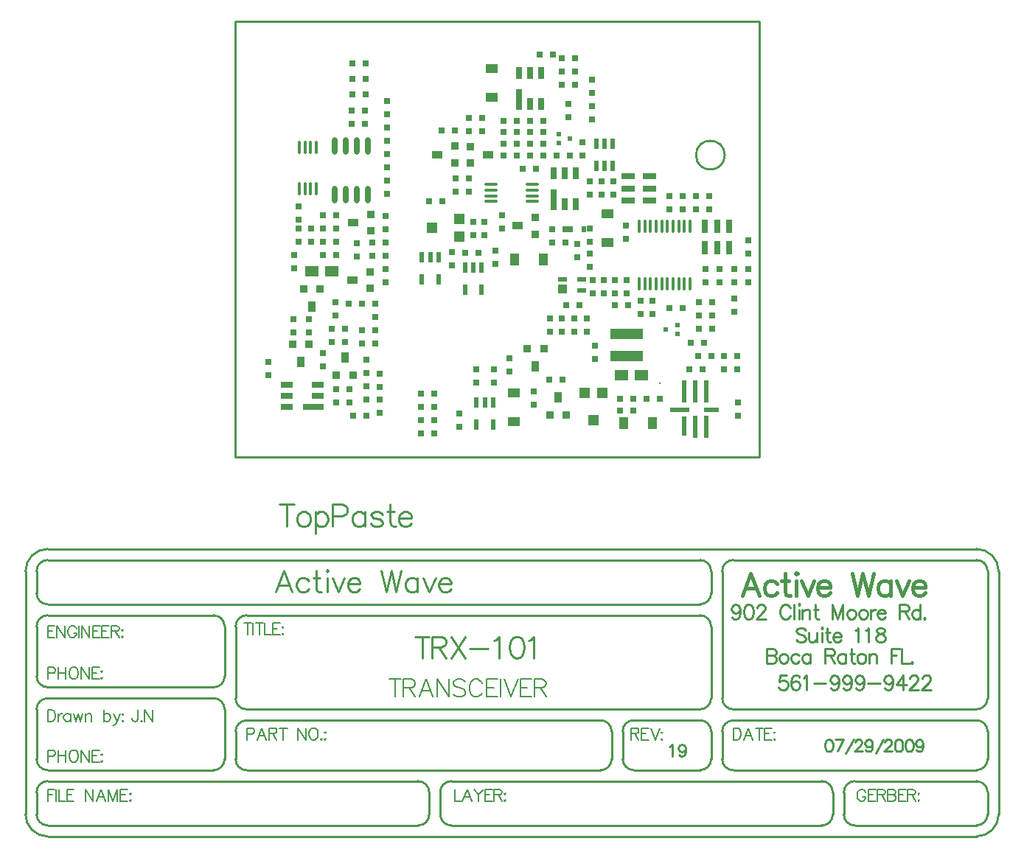
<source format=gtp>
%FSLAX24Y24*%
%MOIN*%
G70*
G01*
G75*
G04 Layer_Color=8421504*
%ADD10R,0.0300X0.0300*%
%ADD11R,0.0200X0.0300*%
%ADD12R,0.0360X0.0360*%
%ADD13R,0.0500X0.0360*%
%ADD14R,0.0250X0.0950*%
%ADD15R,0.0250X0.0550*%
%ADD16R,0.0950X0.0250*%
%ADD17R,0.0550X0.0250*%
%ADD18R,0.0236X0.1000*%
%ADD19R,0.0236X0.0900*%
%ADD20R,0.0700X0.0236*%
%ADD21R,0.0900X0.0236*%
%ADD22R,0.0315X0.0591*%
%ADD23R,0.0591X0.0315*%
%ADD24O,0.0600X0.0160*%
%ADD25R,0.0200X0.0500*%
%ADD26O,0.0240X0.0800*%
%ADD27O,0.0160X0.0600*%
%ADD28O,0.0160X0.0600*%
%ADD29R,0.0394X0.0197*%
%ADD30R,0.0394X0.0394*%
%ADD31R,0.0300X0.0300*%
%ADD32R,0.0472X0.0472*%
%ADD33R,0.0472X0.0472*%
%ADD34R,0.0236X0.0236*%
%ADD35R,0.0360X0.0500*%
%ADD36R,0.0360X0.0360*%
%ADD37R,0.0600X0.0500*%
%ADD38C,0.0120*%
%ADD39R,0.1500X0.0500*%
%ADD40R,0.0550X0.0400*%
%ADD41R,0.0400X0.0550*%
%ADD42C,0.0140*%
%ADD43C,0.0120*%
%ADD44C,0.0300*%
%ADD45C,0.0100*%
%ADD46C,0.0200*%
%ADD47C,0.0080*%
%ADD48C,0.0090*%
%ADD49C,0.0150*%
%ADD50C,0.0050*%
%ADD51C,0.1100*%
%ADD52C,0.0620*%
%ADD53R,0.0620X0.0620*%
%ADD54C,0.0600*%
%ADD55C,0.0750*%
%ADD56C,0.1400*%
%ADD57C,0.0450*%
%ADD58C,0.0220*%
%ADD59C,0.0098*%
%ADD60C,0.0060*%
D10*
X5693Y8482D02*
D03*
X6293D02*
D03*
X8277Y10963D02*
D03*
X8877D02*
D03*
X13869Y17587D02*
D03*
X13269D02*
D03*
X9420Y14142D02*
D03*
X8820D02*
D03*
X10079Y14737D02*
D03*
X10679D02*
D03*
X12229Y13547D02*
D03*
X11629D02*
D03*
X12510Y12422D02*
D03*
X13110D02*
D03*
X11629Y14077D02*
D03*
X12229D02*
D03*
X12829D02*
D03*
X13429D02*
D03*
X12229Y14577D02*
D03*
X11629D02*
D03*
X4830Y1262D02*
D03*
X5430D02*
D03*
X6293Y9082D02*
D03*
X5693D02*
D03*
X4080Y1859D02*
D03*
X4680D02*
D03*
X5243Y6322D02*
D03*
X4643D02*
D03*
X4473Y5202D02*
D03*
X3873D02*
D03*
X20450Y5800D02*
D03*
X21050D02*
D03*
X22213Y3962D02*
D03*
X21613D02*
D03*
X20706Y4562D02*
D03*
X20106D02*
D03*
X21613Y3362D02*
D03*
X22213D02*
D03*
X10490Y8612D02*
D03*
X9890D02*
D03*
X16894Y1505D02*
D03*
X17494D02*
D03*
X13700Y2900D02*
D03*
X14300D02*
D03*
X13429Y13037D02*
D03*
X12829D02*
D03*
X3463Y9132D02*
D03*
X4063D02*
D03*
X3873Y4602D02*
D03*
X4473D02*
D03*
X21016Y3962D02*
D03*
X20416D02*
D03*
X14450Y6242D02*
D03*
X15050D02*
D03*
X8500Y452D02*
D03*
X7900D02*
D03*
Y1052D02*
D03*
X8500D02*
D03*
X7900Y2252D02*
D03*
X8500D02*
D03*
X7900Y1652D02*
D03*
X8500D02*
D03*
X20450Y6400D02*
D03*
X21050D02*
D03*
X12229Y13037D02*
D03*
X11629D02*
D03*
X12829Y13557D02*
D03*
X13429D02*
D03*
X12829Y14577D02*
D03*
X13429D02*
D03*
X14029Y13037D02*
D03*
X14629D02*
D03*
X14279Y16207D02*
D03*
X14879D02*
D03*
X4680Y2462D02*
D03*
X4080D02*
D03*
X4063Y9732D02*
D03*
X3463D02*
D03*
Y8532D02*
D03*
X4063D02*
D03*
X3463Y10332D02*
D03*
X4063D02*
D03*
X21050Y5200D02*
D03*
X20450D02*
D03*
X20632Y3349D02*
D03*
X20032D02*
D03*
X19720Y6112D02*
D03*
X19120D02*
D03*
X18714Y2015D02*
D03*
X18114D02*
D03*
X17494D02*
D03*
X16894D02*
D03*
X10679Y14137D02*
D03*
X10079D02*
D03*
X17280Y6252D02*
D03*
X16680D02*
D03*
X5400Y15800D02*
D03*
X4800D02*
D03*
X5400Y16500D02*
D03*
X4800D02*
D03*
X5400Y17200D02*
D03*
X4800D02*
D03*
D11*
X14680Y9702D02*
D03*
X15260D02*
D03*
D12*
X13070Y10212D02*
D03*
Y9462D02*
D03*
X5643Y9623D02*
D03*
Y10373D02*
D03*
X9420Y12692D02*
D03*
Y13442D02*
D03*
X10129Y13437D02*
D03*
Y12687D02*
D03*
X5593Y7022D02*
D03*
Y7772D02*
D03*
D13*
X12270Y9842D02*
D03*
X4843Y10003D02*
D03*
X8620Y13072D02*
D03*
X10929Y13057D02*
D03*
X4793Y7402D02*
D03*
D14*
X12329Y15550D02*
D03*
X13900Y11007D02*
D03*
D15*
X12829Y15350D02*
D03*
X13329D02*
D03*
X12829Y16750D02*
D03*
X13329D02*
D03*
X12329D02*
D03*
X14400Y10807D02*
D03*
X14900D02*
D03*
X14400Y12207D02*
D03*
X14900D02*
D03*
X13900D02*
D03*
D16*
X3040Y1673D02*
D03*
D17*
X3240Y2173D02*
D03*
Y2673D02*
D03*
X1840Y2173D02*
D03*
Y2673D02*
D03*
Y1673D02*
D03*
D18*
X20313Y741D02*
D03*
X20813D02*
D03*
X20803Y2372D02*
D03*
X20313Y2362D02*
D03*
X19813D02*
D03*
D19*
Y791D02*
D03*
D20*
X21034Y1525D02*
D03*
D21*
X19614Y1525D02*
D03*
D22*
X20740Y8845D02*
D03*
X21843D02*
D03*
X21292D02*
D03*
X20740Y9829D02*
D03*
X21843D02*
D03*
X21292D02*
D03*
D23*
X18241Y10985D02*
D03*
Y12087D02*
D03*
Y11536D02*
D03*
X17257Y10985D02*
D03*
Y12087D02*
D03*
Y11536D02*
D03*
D24*
X11050Y11200D02*
D03*
X12918Y11712D02*
D03*
X11050Y11456D02*
D03*
Y11712D02*
D03*
X12918Y10944D02*
D03*
Y11456D02*
D03*
Y11200D02*
D03*
X11050Y10944D02*
D03*
D25*
X11160Y872D02*
D03*
Y1872D02*
D03*
X10410Y872D02*
D03*
X10790Y1872D02*
D03*
X10410D02*
D03*
X16200Y13542D02*
D03*
X15830D02*
D03*
Y12542D02*
D03*
X16580Y13542D02*
D03*
X16200Y12542D02*
D03*
X16580D02*
D03*
X10640Y6952D02*
D03*
Y7952D02*
D03*
X9890Y6952D02*
D03*
X10270Y7952D02*
D03*
X9890D02*
D03*
X8690Y7412D02*
D03*
Y8412D02*
D03*
X7940Y7412D02*
D03*
X8320Y8412D02*
D03*
X7940D02*
D03*
D26*
X4010Y11253D02*
D03*
X4510D02*
D03*
X5010D02*
D03*
X4010Y13453D02*
D03*
X5010D02*
D03*
X5510D02*
D03*
X4510D02*
D03*
X5510Y11253D02*
D03*
D27*
X2912Y11523D02*
D03*
X2400Y13391D02*
D03*
X2656Y11523D02*
D03*
X2400D02*
D03*
X3168Y13391D02*
D03*
X2656D02*
D03*
X2912D02*
D03*
X3168Y11523D02*
D03*
D28*
X19807Y7232D02*
D03*
X18016Y9830D02*
D03*
X18784D02*
D03*
X18528D02*
D03*
X18272D02*
D03*
X19040D02*
D03*
X17760Y7232D02*
D03*
X18016D02*
D03*
X18272D02*
D03*
X18528D02*
D03*
X18784D02*
D03*
X19040D02*
D03*
X19295D02*
D03*
X19551D02*
D03*
X20063D02*
D03*
Y9830D02*
D03*
X19807D02*
D03*
X19551D02*
D03*
X19295D02*
D03*
X17760Y9830D02*
D03*
D29*
X15153Y6916D02*
D03*
Y7428D02*
D03*
X14287D02*
D03*
D30*
Y6975D02*
D03*
D31*
X6350Y11900D02*
D03*
Y11300D02*
D03*
X10080Y11382D02*
D03*
Y11982D02*
D03*
X9640Y772D02*
D03*
Y1372D02*
D03*
X10400Y3350D02*
D03*
Y2750D02*
D03*
X6293Y10303D02*
D03*
Y9703D02*
D03*
X13820Y9702D02*
D03*
Y9102D02*
D03*
X9480Y11382D02*
D03*
Y11982D02*
D03*
X11200Y2750D02*
D03*
Y3350D02*
D03*
X14879Y17407D02*
D03*
Y16807D02*
D03*
X1013Y3682D02*
D03*
Y3082D02*
D03*
X4993Y8472D02*
D03*
Y9072D02*
D03*
X6293Y7882D02*
D03*
Y7282D02*
D03*
X3470Y4083D02*
D03*
Y3483D02*
D03*
X4043Y5802D02*
D03*
Y6402D02*
D03*
X2833Y5032D02*
D03*
Y5632D02*
D03*
X2143D02*
D03*
Y5032D02*
D03*
X13000Y1750D02*
D03*
Y2350D02*
D03*
X11900Y3850D02*
D03*
Y3250D02*
D03*
X9300Y8062D02*
D03*
Y8662D02*
D03*
X13720Y5042D02*
D03*
Y5642D02*
D03*
X11280Y8112D02*
D03*
Y8712D02*
D03*
X14840Y5042D02*
D03*
Y5642D02*
D03*
X10280Y10022D02*
D03*
Y9422D02*
D03*
X20921Y11182D02*
D03*
Y10582D02*
D03*
X15520Y8582D02*
D03*
Y7982D02*
D03*
X15540Y11840D02*
D03*
Y11240D02*
D03*
X15639Y16450D02*
D03*
Y15850D02*
D03*
X2920Y9723D02*
D03*
Y9123D02*
D03*
X2360Y9723D02*
D03*
Y9123D02*
D03*
X5423Y1982D02*
D03*
Y2582D02*
D03*
X5843Y6322D02*
D03*
Y5722D02*
D03*
X16670Y7382D02*
D03*
Y6782D02*
D03*
X16060Y11240D02*
D03*
Y11840D02*
D03*
X15633Y14652D02*
D03*
Y15252D02*
D03*
X14280Y5042D02*
D03*
Y5642D02*
D03*
X14960Y9032D02*
D03*
Y8432D02*
D03*
X11570Y9712D02*
D03*
Y10312D02*
D03*
X2360Y10733D02*
D03*
Y10133D02*
D03*
X14279Y16807D02*
D03*
Y17407D02*
D03*
X15200Y13632D02*
D03*
Y13032D02*
D03*
X16610Y11240D02*
D03*
Y11840D02*
D03*
X14420Y9102D02*
D03*
Y9702D02*
D03*
X6033Y1382D02*
D03*
Y1982D02*
D03*
Y2552D02*
D03*
Y3152D02*
D03*
X5423Y3782D02*
D03*
Y3182D02*
D03*
X5843Y4522D02*
D03*
Y5122D02*
D03*
X5243D02*
D03*
Y4522D02*
D03*
X2163Y8532D02*
D03*
Y7932D02*
D03*
X22233Y1242D02*
D03*
Y1842D02*
D03*
X20321Y11182D02*
D03*
Y10582D02*
D03*
X15400Y5042D02*
D03*
Y5642D02*
D03*
X15780Y3832D02*
D03*
Y4432D02*
D03*
X19721Y11182D02*
D03*
Y10582D02*
D03*
X15520Y9712D02*
D03*
Y9112D02*
D03*
X18350Y6472D02*
D03*
Y5872D02*
D03*
X10780Y10022D02*
D03*
Y9422D02*
D03*
X19121Y11182D02*
D03*
Y10582D02*
D03*
X17150Y9872D02*
D03*
Y9272D02*
D03*
X17840Y6472D02*
D03*
Y5872D02*
D03*
X15650Y7382D02*
D03*
Y6782D02*
D03*
X17200Y7382D02*
D03*
Y6782D02*
D03*
X16160D02*
D03*
Y7382D02*
D03*
X6350Y13100D02*
D03*
Y12500D02*
D03*
X22700Y8600D02*
D03*
Y9200D02*
D03*
X21400Y7300D02*
D03*
Y7900D02*
D03*
X22700Y7300D02*
D03*
Y7900D02*
D03*
X22050D02*
D03*
Y7300D02*
D03*
Y5950D02*
D03*
Y6550D02*
D03*
X20750Y7300D02*
D03*
Y7900D02*
D03*
X6350Y14900D02*
D03*
Y15500D02*
D03*
Y14300D02*
D03*
Y13700D02*
D03*
X5350Y15050D02*
D03*
Y14450D02*
D03*
X4750Y15050D02*
D03*
Y14450D02*
D03*
X14560Y14760D02*
D03*
Y15360D02*
D03*
D32*
X16094Y2280D02*
D03*
X15306D02*
D03*
X15700Y1059D02*
D03*
D33*
X9630Y9358D02*
D03*
Y10146D02*
D03*
X8409Y9752D02*
D03*
D34*
X14631Y13794D02*
D03*
X14119Y13991D02*
D03*
Y13597D02*
D03*
X18978Y5155D02*
D03*
X19490Y4958D02*
D03*
Y5352D02*
D03*
D35*
X4453Y3902D02*
D03*
X2963Y6192D02*
D03*
X2453Y3692D02*
D03*
X14100Y2100D02*
D03*
X13070Y3500D02*
D03*
D36*
X4073Y3102D02*
D03*
X4823D02*
D03*
X3343Y6992D02*
D03*
X2593D02*
D03*
X2833Y4492D02*
D03*
X2083D02*
D03*
X13720Y1300D02*
D03*
X14470D02*
D03*
X13450Y4300D02*
D03*
X12700D02*
D03*
D37*
X3863Y7782D02*
D03*
X2963D02*
D03*
X17870Y3100D02*
D03*
X16970D02*
D03*
D38*
X18682Y2717D02*
D03*
X18932Y5131D02*
D03*
D39*
X17190Y3967D02*
D03*
Y4967D02*
D03*
D40*
X11089Y15657D02*
D03*
Y16957D02*
D03*
X12100Y2300D02*
D03*
Y1000D02*
D03*
X16320Y9082D02*
D03*
Y10382D02*
D03*
D41*
X18380Y922D02*
D03*
X17080D02*
D03*
X12140Y8312D02*
D03*
X13440D02*
D03*
D45*
X1833Y-2750D02*
Y-3750D01*
X1500Y-2750D02*
X2167D01*
X2524Y-3083D02*
X2428Y-3131D01*
X2333Y-3226D01*
X2286Y-3369D01*
Y-3464D01*
X2333Y-3607D01*
X2428Y-3702D01*
X2524Y-3750D01*
X2666D01*
X2762Y-3702D01*
X2857Y-3607D01*
X2904Y-3464D01*
Y-3369D01*
X2857Y-3226D01*
X2762Y-3131D01*
X2666Y-3083D01*
X2524D01*
X3123D02*
Y-4083D01*
Y-3226D02*
X3219Y-3131D01*
X3314Y-3083D01*
X3457D01*
X3552Y-3131D01*
X3647Y-3226D01*
X3695Y-3369D01*
Y-3464D01*
X3647Y-3607D01*
X3552Y-3702D01*
X3457Y-3750D01*
X3314D01*
X3219Y-3702D01*
X3123Y-3607D01*
X3909Y-3274D02*
X4337D01*
X4480Y-3226D01*
X4528Y-3179D01*
X4576Y-3083D01*
Y-2941D01*
X4528Y-2845D01*
X4480Y-2798D01*
X4337Y-2750D01*
X3909D01*
Y-3750D01*
X5371Y-3083D02*
Y-3750D01*
Y-3226D02*
X5275Y-3131D01*
X5180Y-3083D01*
X5037D01*
X4942Y-3131D01*
X4847Y-3226D01*
X4799Y-3369D01*
Y-3464D01*
X4847Y-3607D01*
X4942Y-3702D01*
X5037Y-3750D01*
X5180D01*
X5275Y-3702D01*
X5371Y-3607D01*
X6161Y-3226D02*
X6113Y-3131D01*
X5970Y-3083D01*
X5828D01*
X5685Y-3131D01*
X5637Y-3226D01*
X5685Y-3322D01*
X5780Y-3369D01*
X6018Y-3417D01*
X6113Y-3464D01*
X6161Y-3560D01*
Y-3607D01*
X6113Y-3702D01*
X5970Y-3750D01*
X5828D01*
X5685Y-3702D01*
X5637Y-3607D01*
X6513Y-2750D02*
Y-3560D01*
X6561Y-3702D01*
X6656Y-3750D01*
X6751D01*
X6370Y-3083D02*
X6704D01*
X6894Y-3369D02*
X7465D01*
Y-3274D01*
X7418Y-3179D01*
X7370Y-3131D01*
X7275Y-3083D01*
X7132D01*
X7037Y-3131D01*
X6942Y-3226D01*
X6894Y-3369D01*
Y-3464D01*
X6942Y-3607D01*
X7037Y-3702D01*
X7132Y-3750D01*
X7275D01*
X7370Y-3702D01*
X7465Y-3607D01*
X21633Y13042D02*
G03*
X21633Y13042I-650J0D01*
G01*
X-497Y-600D02*
Y19100D01*
X-497Y-600D02*
X23203D01*
Y19100D01*
X-497D02*
X23203D01*
X8268Y-15769D02*
G03*
X7768Y-15269I-500J0D01*
G01*
X7779Y-17269D02*
G03*
X8268Y-16772I8J480D01*
G01*
X9268Y-15269D02*
G03*
X8768Y-15769I0J-500D01*
G01*
Y-16769D02*
G03*
X9259Y-17269I500J0D01*
G01*
X26518Y-15769D02*
G03*
X26018Y-15269I-500J0D01*
G01*
X26029Y-17269D02*
G03*
X26518Y-16772I8J480D01*
G01*
X27018Y-16779D02*
G03*
X27516Y-17269I490J0D01*
G01*
X27518Y-15269D02*
G03*
X27018Y-15769I0J-500D01*
G01*
X-982Y-8259D02*
G03*
X-1472Y-7769I-490J0D01*
G01*
X-1462Y-11019D02*
G03*
X-982Y-10539I0J480D01*
G01*
Y-12009D02*
G03*
X-1489Y-11519I-490J0D01*
G01*
X-482Y-11529D02*
G03*
X8Y-12019I490J0D01*
G01*
X-482Y-14279D02*
G03*
X8Y-14769I490J0D01*
G01*
X-1472D02*
G03*
X-982Y-14279I0J490D01*
G01*
X16518Y-13009D02*
G03*
X16028Y-12519I-490J0D01*
G01*
Y-14769D02*
G03*
X16518Y-14270I0J490D01*
G01*
X17018Y-14259D02*
G03*
X17519Y-14769I510J0D01*
G01*
X17498Y-12519D02*
G03*
X17018Y-13024I0J-480D01*
G01*
X18Y-12519D02*
G03*
X-482Y-13019I0J-500D01*
G01*
X18Y-7769D02*
G03*
X-482Y-8269I0J-500D01*
G01*
X-9482Y-14269D02*
G03*
X-8991Y-14769I500J0D01*
G01*
X-8982Y-11519D02*
G03*
X-9482Y-12019I0J-500D01*
G01*
Y-10519D02*
G03*
X-8982Y-11019I500J0D01*
G01*
Y-7769D02*
G03*
X-9482Y-8269I0J-500D01*
G01*
Y-6769D02*
G03*
X-8982Y-7269I500J0D01*
G01*
Y-5269D02*
G03*
X-9482Y-5769I0J-500D01*
G01*
X21018D02*
G03*
X20518Y-5269I-500J0D01*
G01*
X22018D02*
G03*
X21518Y-5769I0J-500D01*
G01*
X20518Y-7269D02*
G03*
X21018Y-6769I0J500D01*
G01*
Y-8269D02*
G03*
X20518Y-7769I-500J0D01*
G01*
X-8982Y-15269D02*
G03*
X-9482Y-15769I0J-500D01*
G01*
X20527Y-12019D02*
G03*
X21018Y-11519I-9J500D01*
G01*
X-9482Y-16769D02*
G03*
X-8991Y-17269I500J0D01*
G01*
X21018Y-13009D02*
G03*
X20528Y-12519I-490J0D01*
G01*
X21518Y-14279D02*
G03*
X22016Y-14769I490J0D01*
G01*
X20518Y-14769D02*
G03*
X21018Y-14269I0J500D01*
G01*
X33018Y-17269D02*
G03*
X33518Y-16769I0J500D01*
G01*
X33518Y-15760D02*
G03*
X33018Y-15269I-500J-9D01*
G01*
Y-14769D02*
G03*
X33518Y-14269I0J500D01*
G01*
Y-5759D02*
G03*
X33011Y-5269I-490J0D01*
G01*
X34018Y-5769D02*
G03*
X33018Y-4769I-1000J0D01*
G01*
Y-17769D02*
G03*
X34018Y-16769I0J1000D01*
G01*
X-9982Y-16759D02*
G03*
X-8990Y-17769I1010J0D01*
G01*
X-8982Y-4769D02*
G03*
X-9982Y-5769I0J-1000D01*
G01*
X21518Y-11519D02*
G03*
X22018Y-12019I500J0D01*
G01*
X33018D02*
G03*
X33518Y-11519I0J500D01*
G01*
X22018Y-12519D02*
G03*
X21518Y-13019I0J-500D01*
G01*
X33518Y-13009D02*
G03*
X33028Y-12519I-490J0D01*
G01*
X9268Y-17269D02*
X26018D01*
X-8982D02*
X7768D01*
X-8982Y-15269D02*
X7768D01*
X9268D02*
X26018D01*
X27518Y-17269D02*
X33018D01*
X27518Y-15269D02*
X33018D01*
X-8982Y-5269D02*
X20518D01*
X-8982Y-17769D02*
X33018D01*
X-8982Y-4769D02*
X33018D01*
X-8982Y-14769D02*
X-1482D01*
X-8982Y-11519D02*
X-1482D01*
X-8982Y-11019D02*
X-1482D01*
X-8982Y-7769D02*
X-1482D01*
X-8982Y-7269D02*
X20518D01*
X18Y-7769D02*
X20518D01*
X18Y-12519D02*
X16018D01*
X18Y-14769D02*
X16018D01*
X17518D02*
X20518D01*
X17518Y-12519D02*
X20518D01*
X22018Y-14769D02*
X33018D01*
X22018Y-5269D02*
X33018D01*
X18Y-12019D02*
X20518D01*
X22018D02*
X33018D01*
X22018Y-12519D02*
X33018D01*
X8268Y-16769D02*
Y-15769D01*
X8768Y-16769D02*
Y-15769D01*
X26518Y-16769D02*
Y-15769D01*
X27018Y-16769D02*
Y-15769D01*
X34018Y-16769D02*
Y-5769D01*
X-9482Y-14269D02*
Y-12019D01*
X-982Y-14269D02*
Y-12019D01*
X-9482Y-10519D02*
Y-8269D01*
X-982Y-10519D02*
Y-8269D01*
X-9482Y-6769D02*
Y-5769D01*
X21018Y-6769D02*
Y-5769D01*
Y-11519D02*
Y-8269D01*
X-482Y-11519D02*
Y-8269D01*
X16518Y-14269D02*
Y-13019D01*
X-482Y-14269D02*
Y-13019D01*
X17018Y-14269D02*
Y-13019D01*
X21018Y-14269D02*
Y-13019D01*
X33518Y-16769D02*
Y-15769D01*
X-9482Y-16769D02*
Y-15769D01*
X-9982Y-16769D02*
Y-5769D01*
X21518Y-11519D02*
Y-5769D01*
X33518Y-11519D02*
Y-5769D01*
X21518Y-14269D02*
Y-13019D01*
X33518Y-14269D02*
Y-13009D01*
X25305Y-8429D02*
X25244Y-8368D01*
X25153Y-8337D01*
X25031D01*
X24940Y-8368D01*
X24879Y-8429D01*
Y-8490D01*
X24909Y-8551D01*
X24940Y-8581D01*
X25000Y-8612D01*
X25183Y-8672D01*
X25244Y-8703D01*
X25275Y-8733D01*
X25305Y-8794D01*
Y-8886D01*
X25244Y-8947D01*
X25153Y-8977D01*
X25031D01*
X24940Y-8947D01*
X24879Y-8886D01*
X25448Y-8551D02*
Y-8855D01*
X25479Y-8947D01*
X25540Y-8977D01*
X25631D01*
X25692Y-8947D01*
X25784Y-8855D01*
Y-8551D02*
Y-8977D01*
X26012Y-8337D02*
X26043Y-8368D01*
X26073Y-8337D01*
X26043Y-8307D01*
X26012Y-8337D01*
X26043Y-8551D02*
Y-8977D01*
X26277Y-8337D02*
Y-8855D01*
X26308Y-8947D01*
X26369Y-8977D01*
X26429D01*
X26186Y-8551D02*
X26399D01*
X26521Y-8733D02*
X26887D01*
Y-8672D01*
X26856Y-8612D01*
X26826Y-8581D01*
X26765Y-8551D01*
X26673D01*
X26612Y-8581D01*
X26551Y-8642D01*
X26521Y-8733D01*
Y-8794D01*
X26551Y-8886D01*
X26612Y-8947D01*
X26673Y-8977D01*
X26765D01*
X26826Y-8947D01*
X26887Y-8886D01*
X27526Y-8459D02*
X27587Y-8429D01*
X27679Y-8337D01*
Y-8977D01*
X27996Y-8459D02*
X28057Y-8429D01*
X28148Y-8337D01*
Y-8977D01*
X28617Y-8337D02*
X28526Y-8368D01*
X28495Y-8429D01*
Y-8490D01*
X28526Y-8551D01*
X28587Y-8581D01*
X28709Y-8612D01*
X28800Y-8642D01*
X28861Y-8703D01*
X28891Y-8764D01*
Y-8855D01*
X28861Y-8916D01*
X28830Y-8947D01*
X28739Y-8977D01*
X28617D01*
X28526Y-8947D01*
X28495Y-8916D01*
X28465Y-8855D01*
Y-8764D01*
X28495Y-8703D01*
X28556Y-8642D01*
X28648Y-8612D01*
X28770Y-8581D01*
X28830Y-8551D01*
X28861Y-8490D01*
Y-8429D01*
X28830Y-8368D01*
X28739Y-8337D01*
X28617D01*
X24444Y-10487D02*
X24140D01*
X24109Y-10762D01*
X24140Y-10731D01*
X24231Y-10701D01*
X24322D01*
X24414Y-10731D01*
X24475Y-10792D01*
X24505Y-10883D01*
Y-10944D01*
X24475Y-11036D01*
X24414Y-11097D01*
X24322Y-11127D01*
X24231D01*
X24140Y-11097D01*
X24109Y-11066D01*
X24079Y-11005D01*
X25014Y-10579D02*
X24984Y-10518D01*
X24892Y-10487D01*
X24831D01*
X24740Y-10518D01*
X24679Y-10609D01*
X24648Y-10762D01*
Y-10914D01*
X24679Y-11036D01*
X24740Y-11097D01*
X24831Y-11127D01*
X24862D01*
X24953Y-11097D01*
X25014Y-11036D01*
X25044Y-10944D01*
Y-10914D01*
X25014Y-10822D01*
X24953Y-10762D01*
X24862Y-10731D01*
X24831D01*
X24740Y-10762D01*
X24679Y-10822D01*
X24648Y-10914D01*
X25185Y-10609D02*
X25246Y-10579D01*
X25337Y-10487D01*
Y-11127D01*
X25654Y-10853D02*
X26202D01*
X26787Y-10701D02*
X26757Y-10792D01*
X26696Y-10853D01*
X26605Y-10883D01*
X26574D01*
X26483Y-10853D01*
X26422Y-10792D01*
X26391Y-10701D01*
Y-10670D01*
X26422Y-10579D01*
X26483Y-10518D01*
X26574Y-10487D01*
X26605D01*
X26696Y-10518D01*
X26757Y-10579D01*
X26787Y-10701D01*
Y-10853D01*
X26757Y-11005D01*
X26696Y-11097D01*
X26605Y-11127D01*
X26544D01*
X26452Y-11097D01*
X26422Y-11036D01*
X27357Y-10701D02*
X27327Y-10792D01*
X27266Y-10853D01*
X27174Y-10883D01*
X27144D01*
X27052Y-10853D01*
X26991Y-10792D01*
X26961Y-10701D01*
Y-10670D01*
X26991Y-10579D01*
X27052Y-10518D01*
X27144Y-10487D01*
X27174D01*
X27266Y-10518D01*
X27327Y-10579D01*
X27357Y-10701D01*
Y-10853D01*
X27327Y-11005D01*
X27266Y-11097D01*
X27174Y-11127D01*
X27113D01*
X27022Y-11097D01*
X26991Y-11036D01*
X27927Y-10701D02*
X27896Y-10792D01*
X27836Y-10853D01*
X27744Y-10883D01*
X27714D01*
X27622Y-10853D01*
X27561Y-10792D01*
X27531Y-10701D01*
Y-10670D01*
X27561Y-10579D01*
X27622Y-10518D01*
X27714Y-10487D01*
X27744D01*
X27836Y-10518D01*
X27896Y-10579D01*
X27927Y-10701D01*
Y-10853D01*
X27896Y-11005D01*
X27836Y-11097D01*
X27744Y-11127D01*
X27683D01*
X27592Y-11097D01*
X27561Y-11036D01*
X28101Y-10853D02*
X28649D01*
X29234Y-10701D02*
X29204Y-10792D01*
X29143Y-10853D01*
X29051Y-10883D01*
X29021D01*
X28929Y-10853D01*
X28868Y-10792D01*
X28838Y-10701D01*
Y-10670D01*
X28868Y-10579D01*
X28929Y-10518D01*
X29021Y-10487D01*
X29051D01*
X29143Y-10518D01*
X29204Y-10579D01*
X29234Y-10701D01*
Y-10853D01*
X29204Y-11005D01*
X29143Y-11097D01*
X29051Y-11127D01*
X28990D01*
X28899Y-11097D01*
X28868Y-11036D01*
X29712Y-10487D02*
X29408Y-10914D01*
X29865D01*
X29712Y-10487D02*
Y-11127D01*
X30008Y-10640D02*
Y-10609D01*
X30038Y-10548D01*
X30069Y-10518D01*
X30130Y-10487D01*
X30252D01*
X30313Y-10518D01*
X30343Y-10548D01*
X30374Y-10609D01*
Y-10670D01*
X30343Y-10731D01*
X30282Y-10822D01*
X29978Y-11127D01*
X30404D01*
X30578Y-10640D02*
Y-10609D01*
X30608Y-10548D01*
X30639Y-10518D01*
X30700Y-10487D01*
X30822D01*
X30882Y-10518D01*
X30913Y-10548D01*
X30943Y-10609D01*
Y-10670D01*
X30913Y-10731D01*
X30852Y-10822D01*
X30547Y-11127D01*
X30974D01*
X22325Y-7501D02*
X22294Y-7592D01*
X22233Y-7653D01*
X22142Y-7683D01*
X22111D01*
X22020Y-7653D01*
X21959Y-7592D01*
X21929Y-7501D01*
Y-7470D01*
X21959Y-7379D01*
X22020Y-7318D01*
X22111Y-7287D01*
X22142D01*
X22233Y-7318D01*
X22294Y-7379D01*
X22325Y-7501D01*
Y-7653D01*
X22294Y-7805D01*
X22233Y-7897D01*
X22142Y-7927D01*
X22081D01*
X21990Y-7897D01*
X21959Y-7836D01*
X22681Y-7287D02*
X22590Y-7318D01*
X22529Y-7409D01*
X22498Y-7562D01*
Y-7653D01*
X22529Y-7805D01*
X22590Y-7897D01*
X22681Y-7927D01*
X22742D01*
X22834Y-7897D01*
X22894Y-7805D01*
X22925Y-7653D01*
Y-7562D01*
X22894Y-7409D01*
X22834Y-7318D01*
X22742Y-7287D01*
X22681D01*
X23099Y-7440D02*
Y-7409D01*
X23129Y-7348D01*
X23160Y-7318D01*
X23221Y-7287D01*
X23342D01*
X23403Y-7318D01*
X23434Y-7348D01*
X23464Y-7409D01*
Y-7470D01*
X23434Y-7531D01*
X23373Y-7622D01*
X23068Y-7927D01*
X23495D01*
X24598Y-7440D02*
X24567Y-7379D01*
X24506Y-7318D01*
X24445Y-7287D01*
X24323D01*
X24263Y-7318D01*
X24202Y-7379D01*
X24171Y-7440D01*
X24141Y-7531D01*
Y-7683D01*
X24171Y-7775D01*
X24202Y-7836D01*
X24263Y-7897D01*
X24323Y-7927D01*
X24445D01*
X24506Y-7897D01*
X24567Y-7836D01*
X24598Y-7775D01*
X24778Y-7287D02*
Y-7927D01*
X24973Y-7287D02*
X25003Y-7318D01*
X25033Y-7287D01*
X25003Y-7257D01*
X24973Y-7287D01*
X25003Y-7501D02*
Y-7927D01*
X25146Y-7501D02*
Y-7927D01*
Y-7622D02*
X25238Y-7531D01*
X25299Y-7501D01*
X25390D01*
X25451Y-7531D01*
X25481Y-7622D01*
Y-7927D01*
X25740Y-7287D02*
Y-7805D01*
X25771Y-7897D01*
X25832Y-7927D01*
X25893D01*
X25649Y-7501D02*
X25862D01*
X26487Y-7287D02*
Y-7927D01*
Y-7287D02*
X26731Y-7927D01*
X26974Y-7287D02*
X26731Y-7927D01*
X26974Y-7287D02*
Y-7927D01*
X27310Y-7501D02*
X27249Y-7531D01*
X27188Y-7592D01*
X27157Y-7683D01*
Y-7744D01*
X27188Y-7836D01*
X27249Y-7897D01*
X27310Y-7927D01*
X27401D01*
X27462Y-7897D01*
X27523Y-7836D01*
X27553Y-7744D01*
Y-7683D01*
X27523Y-7592D01*
X27462Y-7531D01*
X27401Y-7501D01*
X27310D01*
X27846D02*
X27785Y-7531D01*
X27724Y-7592D01*
X27693Y-7683D01*
Y-7744D01*
X27724Y-7836D01*
X27785Y-7897D01*
X27846Y-7927D01*
X27937D01*
X27998Y-7897D01*
X28059Y-7836D01*
X28090Y-7744D01*
Y-7683D01*
X28059Y-7592D01*
X27998Y-7531D01*
X27937Y-7501D01*
X27846D01*
X28230D02*
Y-7927D01*
Y-7683D02*
X28260Y-7592D01*
X28321Y-7531D01*
X28382Y-7501D01*
X28473D01*
X28531Y-7683D02*
X28897D01*
Y-7622D01*
X28867Y-7562D01*
X28836Y-7531D01*
X28775Y-7501D01*
X28684D01*
X28623Y-7531D01*
X28562Y-7592D01*
X28531Y-7683D01*
Y-7744D01*
X28562Y-7836D01*
X28623Y-7897D01*
X28684Y-7927D01*
X28775D01*
X28836Y-7897D01*
X28897Y-7836D01*
X29537Y-7287D02*
Y-7927D01*
Y-7287D02*
X29811D01*
X29902Y-7318D01*
X29933Y-7348D01*
X29963Y-7409D01*
Y-7470D01*
X29933Y-7531D01*
X29902Y-7562D01*
X29811Y-7592D01*
X29537D01*
X29750D02*
X29963Y-7927D01*
X30472Y-7287D02*
Y-7927D01*
Y-7592D02*
X30411Y-7531D01*
X30350Y-7501D01*
X30259D01*
X30198Y-7531D01*
X30137Y-7592D01*
X30107Y-7683D01*
Y-7744D01*
X30137Y-7836D01*
X30198Y-7897D01*
X30259Y-7927D01*
X30350D01*
X30411Y-7897D01*
X30472Y-7836D01*
X30673Y-7866D02*
X30643Y-7897D01*
X30673Y-7927D01*
X30704Y-7897D01*
X30673Y-7866D01*
X23529Y-9287D02*
Y-9927D01*
Y-9287D02*
X23803D01*
X23894Y-9318D01*
X23925Y-9348D01*
X23955Y-9409D01*
Y-9470D01*
X23925Y-9531D01*
X23894Y-9562D01*
X23803Y-9592D01*
X23529D02*
X23803D01*
X23894Y-9622D01*
X23925Y-9653D01*
X23955Y-9714D01*
Y-9805D01*
X23925Y-9866D01*
X23894Y-9897D01*
X23803Y-9927D01*
X23529D01*
X24251Y-9501D02*
X24190Y-9531D01*
X24129Y-9592D01*
X24098Y-9683D01*
Y-9744D01*
X24129Y-9836D01*
X24190Y-9897D01*
X24251Y-9927D01*
X24342D01*
X24403Y-9897D01*
X24464Y-9836D01*
X24494Y-9744D01*
Y-9683D01*
X24464Y-9592D01*
X24403Y-9531D01*
X24342Y-9501D01*
X24251D01*
X25000Y-9592D02*
X24939Y-9531D01*
X24878Y-9501D01*
X24787D01*
X24726Y-9531D01*
X24665Y-9592D01*
X24635Y-9683D01*
Y-9744D01*
X24665Y-9836D01*
X24726Y-9897D01*
X24787Y-9927D01*
X24878D01*
X24939Y-9897D01*
X25000Y-9836D01*
X25503Y-9501D02*
Y-9927D01*
Y-9592D02*
X25442Y-9531D01*
X25381Y-9501D01*
X25290D01*
X25229Y-9531D01*
X25168Y-9592D01*
X25137Y-9683D01*
Y-9744D01*
X25168Y-9836D01*
X25229Y-9897D01*
X25290Y-9927D01*
X25381D01*
X25442Y-9897D01*
X25503Y-9836D01*
X26176Y-9287D02*
Y-9927D01*
Y-9287D02*
X26451D01*
X26542Y-9318D01*
X26572Y-9348D01*
X26603Y-9409D01*
Y-9470D01*
X26572Y-9531D01*
X26542Y-9562D01*
X26451Y-9592D01*
X26176D01*
X26390D02*
X26603Y-9927D01*
X27112Y-9501D02*
Y-9927D01*
Y-9592D02*
X27051Y-9531D01*
X26990Y-9501D01*
X26899D01*
X26838Y-9531D01*
X26777Y-9592D01*
X26746Y-9683D01*
Y-9744D01*
X26777Y-9836D01*
X26838Y-9897D01*
X26899Y-9927D01*
X26990D01*
X27051Y-9897D01*
X27112Y-9836D01*
X27374Y-9287D02*
Y-9805D01*
X27404Y-9897D01*
X27465Y-9927D01*
X27526D01*
X27282Y-9501D02*
X27496D01*
X27770D02*
X27709Y-9531D01*
X27648Y-9592D01*
X27618Y-9683D01*
Y-9744D01*
X27648Y-9836D01*
X27709Y-9897D01*
X27770Y-9927D01*
X27861D01*
X27922Y-9897D01*
X27983Y-9836D01*
X28014Y-9744D01*
Y-9683D01*
X27983Y-9592D01*
X27922Y-9531D01*
X27861Y-9501D01*
X27770D01*
X28154D02*
Y-9927D01*
Y-9622D02*
X28245Y-9531D01*
X28306Y-9501D01*
X28398D01*
X28459Y-9531D01*
X28489Y-9622D01*
Y-9927D01*
X29159Y-9287D02*
Y-9927D01*
Y-9287D02*
X29555D01*
X29159Y-9592D02*
X29403D01*
X29629Y-9287D02*
Y-9927D01*
X29994D01*
X30095Y-9866D02*
X30064Y-9897D01*
X30095Y-9927D01*
X30125Y-9897D01*
X30095Y-9866D01*
D47*
X-497Y-600D02*
Y-220D01*
Y-600D02*
Y-220D01*
Y-600D02*
X-197D01*
X6747Y-10660D02*
Y-11460D01*
X6480Y-10660D02*
X7013D01*
X7108D02*
Y-11460D01*
Y-10660D02*
X7451D01*
X7565Y-10698D01*
X7604Y-10736D01*
X7642Y-10813D01*
Y-10889D01*
X7604Y-10965D01*
X7565Y-11003D01*
X7451Y-11041D01*
X7108D01*
X7375D02*
X7642Y-11460D01*
X8430D02*
X8125Y-10660D01*
X7821Y-11460D01*
X7935Y-11193D02*
X8316D01*
X8617Y-10660D02*
Y-11460D01*
Y-10660D02*
X9150Y-11460D01*
Y-10660D02*
Y-11460D01*
X9904Y-10774D02*
X9828Y-10698D01*
X9714Y-10660D01*
X9561D01*
X9447Y-10698D01*
X9371Y-10774D01*
Y-10851D01*
X9409Y-10927D01*
X9447Y-10965D01*
X9523Y-11003D01*
X9752Y-11079D01*
X9828Y-11117D01*
X9866Y-11155D01*
X9904Y-11231D01*
Y-11346D01*
X9828Y-11422D01*
X9714Y-11460D01*
X9561D01*
X9447Y-11422D01*
X9371Y-11346D01*
X10654Y-10851D02*
X10616Y-10774D01*
X10540Y-10698D01*
X10464Y-10660D01*
X10312D01*
X10235Y-10698D01*
X10159Y-10774D01*
X10121Y-10851D01*
X10083Y-10965D01*
Y-11155D01*
X10121Y-11270D01*
X10159Y-11346D01*
X10235Y-11422D01*
X10312Y-11460D01*
X10464D01*
X10540Y-11422D01*
X10616Y-11346D01*
X10654Y-11270D01*
X11374Y-10660D02*
X10879D01*
Y-11460D01*
X11374D01*
X10879Y-11041D02*
X11184D01*
X11507Y-10660D02*
Y-11460D01*
X11675Y-10660D02*
X11980Y-11460D01*
X12284Y-10660D02*
X11980Y-11460D01*
X12882Y-10660D02*
X12387D01*
Y-11460D01*
X12882D01*
X12387Y-11041D02*
X12692D01*
X13016Y-10660D02*
Y-11460D01*
Y-10660D02*
X13359D01*
X13473Y-10698D01*
X13511Y-10736D01*
X13549Y-10813D01*
Y-10889D01*
X13511Y-10965D01*
X13473Y-11003D01*
X13359Y-11041D01*
X13016D01*
X13282D02*
X13549Y-11460D01*
X-4899Y-12046D02*
Y-12453D01*
X-4924Y-12529D01*
X-4949Y-12554D01*
X-5000Y-12579D01*
X-5051D01*
X-5102Y-12554D01*
X-5127Y-12529D01*
X-5153Y-12453D01*
Y-12402D01*
X-4736Y-12529D02*
X-4762Y-12554D01*
X-4736Y-12579D01*
X-4711Y-12554D01*
X-4736Y-12529D01*
X-4594Y-12046D02*
Y-12579D01*
Y-12046D02*
X-4238Y-12579D01*
Y-12046D02*
Y-12579D01*
D48*
X26318Y-13390D02*
X26242Y-13416D01*
X26191Y-13492D01*
X26165Y-13619D01*
Y-13695D01*
X26191Y-13822D01*
X26242Y-13898D01*
X26318Y-13924D01*
X26369D01*
X26445Y-13898D01*
X26496Y-13822D01*
X26521Y-13695D01*
Y-13619D01*
X26496Y-13492D01*
X26445Y-13416D01*
X26369Y-13390D01*
X26318D01*
X26996D02*
X26742Y-13924D01*
X26640Y-13390D02*
X26996D01*
X27115Y-14000D02*
X27471Y-13390D01*
X27532Y-13517D02*
Y-13492D01*
X27557Y-13441D01*
X27582Y-13416D01*
X27633Y-13390D01*
X27735D01*
X27785Y-13416D01*
X27811Y-13441D01*
X27836Y-13492D01*
Y-13543D01*
X27811Y-13593D01*
X27760Y-13670D01*
X27506Y-13924D01*
X27862D01*
X28311Y-13568D02*
X28286Y-13644D01*
X28235Y-13695D01*
X28159Y-13720D01*
X28133D01*
X28057Y-13695D01*
X28006Y-13644D01*
X27981Y-13568D01*
Y-13543D01*
X28006Y-13466D01*
X28057Y-13416D01*
X28133Y-13390D01*
X28159D01*
X28235Y-13416D01*
X28286Y-13466D01*
X28311Y-13568D01*
Y-13695D01*
X28286Y-13822D01*
X28235Y-13898D01*
X28159Y-13924D01*
X28108D01*
X28032Y-13898D01*
X28006Y-13847D01*
X28456Y-14000D02*
X28811Y-13390D01*
X28872Y-13517D02*
Y-13492D01*
X28898Y-13441D01*
X28923Y-13416D01*
X28974Y-13390D01*
X29075D01*
X29126Y-13416D01*
X29152Y-13441D01*
X29177Y-13492D01*
Y-13543D01*
X29152Y-13593D01*
X29101Y-13670D01*
X28847Y-13924D01*
X29202D01*
X29474Y-13390D02*
X29398Y-13416D01*
X29347Y-13492D01*
X29322Y-13619D01*
Y-13695D01*
X29347Y-13822D01*
X29398Y-13898D01*
X29474Y-13924D01*
X29525D01*
X29601Y-13898D01*
X29652Y-13822D01*
X29677Y-13695D01*
Y-13619D01*
X29652Y-13492D01*
X29601Y-13416D01*
X29525Y-13390D01*
X29474D01*
X29949D02*
X29873Y-13416D01*
X29822Y-13492D01*
X29797Y-13619D01*
Y-13695D01*
X29822Y-13822D01*
X29873Y-13898D01*
X29949Y-13924D01*
X30000D01*
X30076Y-13898D01*
X30127Y-13822D01*
X30152Y-13695D01*
Y-13619D01*
X30127Y-13492D01*
X30076Y-13416D01*
X30000Y-13390D01*
X29949D01*
X30601Y-13568D02*
X30576Y-13644D01*
X30525Y-13695D01*
X30449Y-13720D01*
X30424D01*
X30347Y-13695D01*
X30297Y-13644D01*
X30271Y-13568D01*
Y-13543D01*
X30297Y-13466D01*
X30347Y-13416D01*
X30424Y-13390D01*
X30449D01*
X30525Y-13416D01*
X30576Y-13466D01*
X30601Y-13568D01*
Y-13695D01*
X30576Y-13822D01*
X30525Y-13898D01*
X30449Y-13924D01*
X30398D01*
X30322Y-13898D01*
X30297Y-13847D01*
X2049Y-6719D02*
X1683Y-5759D01*
X1318Y-6719D01*
X1455Y-6399D02*
X1912D01*
X2821Y-6216D02*
X2730Y-6125D01*
X2639Y-6079D01*
X2502D01*
X2410Y-6125D01*
X2319Y-6216D01*
X2273Y-6353D01*
Y-6445D01*
X2319Y-6582D01*
X2410Y-6673D01*
X2502Y-6719D01*
X2639D01*
X2730Y-6673D01*
X2821Y-6582D01*
X3164Y-5759D02*
Y-6536D01*
X3210Y-6673D01*
X3301Y-6719D01*
X3393D01*
X3027Y-6079D02*
X3347D01*
X3621Y-5759D02*
X3667Y-5805D01*
X3713Y-5759D01*
X3667Y-5713D01*
X3621Y-5759D01*
X3667Y-6079D02*
Y-6719D01*
X3882Y-6079D02*
X4156Y-6719D01*
X4430Y-6079D02*
X4156Y-6719D01*
X4586Y-6353D02*
X5134D01*
Y-6262D01*
X5088Y-6170D01*
X5043Y-6125D01*
X4951Y-6079D01*
X4814D01*
X4723Y-6125D01*
X4631Y-6216D01*
X4586Y-6353D01*
Y-6445D01*
X4631Y-6582D01*
X4723Y-6673D01*
X4814Y-6719D01*
X4951D01*
X5043Y-6673D01*
X5134Y-6582D01*
X6094Y-5759D02*
X6322Y-6719D01*
X6551Y-5759D02*
X6322Y-6719D01*
X6551Y-5759D02*
X6779Y-6719D01*
X7008Y-5759D02*
X6779Y-6719D01*
X7748Y-6079D02*
Y-6719D01*
Y-6216D02*
X7657Y-6125D01*
X7566Y-6079D01*
X7428D01*
X7337Y-6125D01*
X7246Y-6216D01*
X7200Y-6353D01*
Y-6445D01*
X7246Y-6582D01*
X7337Y-6673D01*
X7428Y-6719D01*
X7566D01*
X7657Y-6673D01*
X7748Y-6582D01*
X8004Y-6079D02*
X8279Y-6719D01*
X8553Y-6079D02*
X8279Y-6719D01*
X8708Y-6353D02*
X9257D01*
Y-6262D01*
X9211Y-6170D01*
X9165Y-6125D01*
X9074Y-6079D01*
X8937D01*
X8845Y-6125D01*
X8754Y-6216D01*
X8708Y-6353D01*
Y-6445D01*
X8754Y-6582D01*
X8845Y-6673D01*
X8937Y-6719D01*
X9074D01*
X9165Y-6673D01*
X9257Y-6582D01*
X7960Y-8740D02*
Y-9700D01*
X7640Y-8740D02*
X8280D01*
X8394D02*
Y-9700D01*
Y-8740D02*
X8805D01*
X8943Y-8786D01*
X8988Y-8832D01*
X9034Y-8923D01*
Y-9014D01*
X8988Y-9106D01*
X8943Y-9152D01*
X8805Y-9197D01*
X8394D01*
X8714D02*
X9034Y-9700D01*
X9249Y-8740D02*
X9889Y-9700D01*
Y-8740D02*
X9249Y-9700D01*
X10103Y-9289D02*
X10926D01*
X11210Y-8923D02*
X11301Y-8877D01*
X11438Y-8740D01*
Y-9700D01*
X12188Y-8740D02*
X12050Y-8786D01*
X11959Y-8923D01*
X11913Y-9152D01*
Y-9289D01*
X11959Y-9517D01*
X12050Y-9654D01*
X12188Y-9700D01*
X12279D01*
X12416Y-9654D01*
X12508Y-9517D01*
X12553Y-9289D01*
Y-9152D01*
X12508Y-8923D01*
X12416Y-8786D01*
X12279Y-8740D01*
X12188D01*
X12768Y-8923D02*
X12859Y-8877D01*
X12997Y-8740D01*
Y-9700D01*
X19143Y-13712D02*
X19194Y-13687D01*
X19270Y-13611D01*
Y-14144D01*
X19864Y-13788D02*
X19839Y-13865D01*
X19788Y-13915D01*
X19712Y-13941D01*
X19686D01*
X19610Y-13915D01*
X19559Y-13865D01*
X19534Y-13788D01*
Y-13763D01*
X19559Y-13687D01*
X19610Y-13636D01*
X19686Y-13611D01*
X19712D01*
X19788Y-13636D01*
X19839Y-13687D01*
X19864Y-13788D01*
Y-13915D01*
X19839Y-14042D01*
X19788Y-14119D01*
X19712Y-14144D01*
X19661D01*
X19585Y-14119D01*
X19559Y-14068D01*
D49*
X23190Y-6877D02*
X22809Y-5877D01*
X22429Y-6877D01*
X22571Y-6544D02*
X23047D01*
X23995Y-6353D02*
X23900Y-6258D01*
X23804Y-6211D01*
X23662D01*
X23566Y-6258D01*
X23471Y-6353D01*
X23424Y-6496D01*
Y-6592D01*
X23471Y-6734D01*
X23566Y-6830D01*
X23662Y-6877D01*
X23804D01*
X23900Y-6830D01*
X23995Y-6734D01*
X24352Y-5877D02*
Y-6687D01*
X24400Y-6830D01*
X24495Y-6877D01*
X24590D01*
X24209Y-6211D02*
X24542D01*
X24828Y-5877D02*
X24876Y-5925D01*
X24923Y-5877D01*
X24876Y-5830D01*
X24828Y-5877D01*
X24876Y-6211D02*
Y-6877D01*
X25099Y-6211D02*
X25385Y-6877D01*
X25671Y-6211D02*
X25385Y-6877D01*
X25833Y-6496D02*
X26404D01*
Y-6401D01*
X26356Y-6306D01*
X26309Y-6258D01*
X26213Y-6211D01*
X26071D01*
X25975Y-6258D01*
X25880Y-6353D01*
X25833Y-6496D01*
Y-6592D01*
X25880Y-6734D01*
X25975Y-6830D01*
X26071Y-6877D01*
X26213D01*
X26309Y-6830D01*
X26404Y-6734D01*
X27404Y-5877D02*
X27642Y-6877D01*
X27880Y-5877D02*
X27642Y-6877D01*
X27880Y-5877D02*
X28118Y-6877D01*
X28356Y-5877D02*
X28118Y-6877D01*
X29127Y-6211D02*
Y-6877D01*
Y-6353D02*
X29032Y-6258D01*
X28937Y-6211D01*
X28794D01*
X28699Y-6258D01*
X28603Y-6353D01*
X28556Y-6496D01*
Y-6592D01*
X28603Y-6734D01*
X28699Y-6830D01*
X28794Y-6877D01*
X28937D01*
X29032Y-6830D01*
X29127Y-6734D01*
X29394Y-6211D02*
X29679Y-6877D01*
X29965Y-6211D02*
X29679Y-6877D01*
X30127Y-6496D02*
X30698D01*
Y-6401D01*
X30651Y-6306D01*
X30603Y-6258D01*
X30508Y-6211D01*
X30365D01*
X30270Y-6258D01*
X30175Y-6353D01*
X30127Y-6496D01*
Y-6592D01*
X30175Y-6734D01*
X30270Y-6830D01*
X30365Y-6877D01*
X30508D01*
X30603Y-6830D01*
X30698Y-6734D01*
D50*
X27999Y-15763D02*
X27973Y-15712D01*
X27922Y-15661D01*
X27872Y-15636D01*
X27770D01*
X27719Y-15661D01*
X27669Y-15712D01*
X27643Y-15763D01*
X27618Y-15839D01*
Y-15966D01*
X27643Y-16042D01*
X27669Y-16093D01*
X27719Y-16144D01*
X27770Y-16169D01*
X27872D01*
X27922Y-16144D01*
X27973Y-16093D01*
X27999Y-16042D01*
Y-15966D01*
X27872D02*
X27999D01*
X28451Y-15636D02*
X28121D01*
Y-16169D01*
X28451D01*
X28121Y-15890D02*
X28324D01*
X28540Y-15636D02*
Y-16169D01*
Y-15636D02*
X28768D01*
X28844Y-15661D01*
X28870Y-15687D01*
X28895Y-15737D01*
Y-15788D01*
X28870Y-15839D01*
X28844Y-15864D01*
X28768Y-15890D01*
X28540D01*
X28717D02*
X28895Y-16169D01*
X29014Y-15636D02*
Y-16169D01*
Y-15636D02*
X29243D01*
X29319Y-15661D01*
X29344Y-15687D01*
X29370Y-15737D01*
Y-15788D01*
X29344Y-15839D01*
X29319Y-15864D01*
X29243Y-15890D01*
X29014D02*
X29243D01*
X29319Y-15915D01*
X29344Y-15940D01*
X29370Y-15991D01*
Y-16067D01*
X29344Y-16118D01*
X29319Y-16144D01*
X29243Y-16169D01*
X29014D01*
X29819Y-15636D02*
X29489D01*
Y-16169D01*
X29819D01*
X29489Y-15890D02*
X29692D01*
X29908Y-15636D02*
Y-16169D01*
Y-15636D02*
X30137D01*
X30213Y-15661D01*
X30238Y-15687D01*
X30264Y-15737D01*
Y-15788D01*
X30238Y-15839D01*
X30213Y-15864D01*
X30137Y-15890D01*
X29908D01*
X30086D02*
X30264Y-16169D01*
X30408Y-15813D02*
X30383Y-15839D01*
X30408Y-15864D01*
X30434Y-15839D01*
X30408Y-15813D01*
Y-16118D02*
X30383Y-16144D01*
X30408Y-16169D01*
X30434Y-16144D01*
X30408Y-16118D01*
X-8982Y-15636D02*
Y-16169D01*
Y-15636D02*
X-8652D01*
X-8982Y-15890D02*
X-8779D01*
X-8591Y-15636D02*
Y-16169D01*
X-8479Y-15636D02*
Y-16169D01*
X-8175D01*
X-7786Y-15636D02*
X-8116D01*
Y-16169D01*
X-7786D01*
X-8116Y-15890D02*
X-7913D01*
X-7278Y-15636D02*
Y-16169D01*
Y-15636D02*
X-6923Y-16169D01*
Y-15636D02*
Y-16169D01*
X-6369D02*
X-6573Y-15636D01*
X-6776Y-16169D01*
X-6700Y-15991D02*
X-6446D01*
X-6245Y-15636D02*
Y-16169D01*
Y-15636D02*
X-6042Y-16169D01*
X-5839Y-15636D02*
X-6042Y-16169D01*
X-5839Y-15636D02*
Y-16169D01*
X-5356Y-15636D02*
X-5686D01*
Y-16169D01*
X-5356D01*
X-5686Y-15890D02*
X-5483D01*
X-5242Y-15813D02*
X-5267Y-15839D01*
X-5242Y-15864D01*
X-5217Y-15839D01*
X-5242Y-15813D01*
Y-16118D02*
X-5267Y-16144D01*
X-5242Y-16169D01*
X-5217Y-16144D01*
X-5242Y-16118D01*
X-8982Y-12036D02*
Y-12569D01*
Y-12036D02*
X-8804D01*
X-8728Y-12061D01*
X-8678Y-12112D01*
X-8652Y-12163D01*
X-8627Y-12239D01*
Y-12366D01*
X-8652Y-12442D01*
X-8678Y-12493D01*
X-8728Y-12544D01*
X-8804Y-12569D01*
X-8982D01*
X-8507Y-12213D02*
Y-12569D01*
Y-12366D02*
X-8482Y-12290D01*
X-8431Y-12239D01*
X-8380Y-12213D01*
X-8304D01*
X-7951D02*
Y-12569D01*
Y-12290D02*
X-8002Y-12239D01*
X-8053Y-12213D01*
X-8129D01*
X-8180Y-12239D01*
X-8231Y-12290D01*
X-8256Y-12366D01*
Y-12417D01*
X-8231Y-12493D01*
X-8180Y-12544D01*
X-8129Y-12569D01*
X-8053D01*
X-8002Y-12544D01*
X-7951Y-12493D01*
X-7809Y-12213D02*
X-7708Y-12569D01*
X-7606Y-12213D02*
X-7708Y-12569D01*
X-7606Y-12213D02*
X-7504Y-12569D01*
X-7403Y-12213D02*
X-7504Y-12569D01*
X-7278Y-12213D02*
Y-12569D01*
Y-12315D02*
X-7202Y-12239D01*
X-7151Y-12213D01*
X-7075D01*
X-7025Y-12239D01*
X-6999Y-12315D01*
Y-12569D01*
X-6441Y-12036D02*
Y-12569D01*
Y-12290D02*
X-6390Y-12239D01*
X-6339Y-12213D01*
X-6263D01*
X-6212Y-12239D01*
X-6161Y-12290D01*
X-6136Y-12366D01*
Y-12417D01*
X-6161Y-12493D01*
X-6212Y-12544D01*
X-6263Y-12569D01*
X-6339D01*
X-6390Y-12544D01*
X-6441Y-12493D01*
X-5996Y-12213D02*
X-5844Y-12569D01*
X-5691Y-12213D02*
X-5844Y-12569D01*
X-5895Y-12671D01*
X-5945Y-12721D01*
X-5996Y-12747D01*
X-6022D01*
X-5577Y-12213D02*
X-5603Y-12239D01*
X-5577Y-12264D01*
X-5552Y-12239D01*
X-5577Y-12213D01*
Y-12518D02*
X-5603Y-12544D01*
X-5577Y-12569D01*
X-5552Y-12544D01*
X-5577Y-12518D01*
X71Y-8111D02*
Y-8644D01*
X-107Y-8111D02*
X248D01*
X312D02*
Y-8644D01*
X601Y-8111D02*
Y-8644D01*
X423Y-8111D02*
X779D01*
X842D02*
Y-8644D01*
X1147D01*
X1536Y-8111D02*
X1206D01*
Y-8644D01*
X1536D01*
X1206Y-8365D02*
X1409D01*
X1650Y-8288D02*
X1624Y-8314D01*
X1650Y-8339D01*
X1675Y-8314D01*
X1650Y-8288D01*
Y-8593D02*
X1624Y-8619D01*
X1650Y-8644D01*
X1675Y-8619D01*
X1650Y-8593D01*
X18Y-13140D02*
X246D01*
X322Y-13115D01*
X348Y-13089D01*
X373Y-13038D01*
Y-12962D01*
X348Y-12911D01*
X322Y-12886D01*
X246Y-12861D01*
X18D01*
Y-13394D01*
X899D02*
X696Y-12861D01*
X493Y-13394D01*
X569Y-13216D02*
X823D01*
X1023Y-12861D02*
Y-13394D01*
Y-12861D02*
X1252D01*
X1328Y-12886D01*
X1353Y-12911D01*
X1379Y-12962D01*
Y-13013D01*
X1353Y-13064D01*
X1328Y-13089D01*
X1252Y-13115D01*
X1023D01*
X1201D02*
X1379Y-13394D01*
X1676Y-12861D02*
Y-13394D01*
X1498Y-12861D02*
X1854D01*
X2336D02*
Y-13394D01*
Y-12861D02*
X2692Y-13394D01*
Y-12861D02*
Y-13394D01*
X2991Y-12861D02*
X2940Y-12886D01*
X2890Y-12937D01*
X2864Y-12988D01*
X2839Y-13064D01*
Y-13191D01*
X2864Y-13267D01*
X2890Y-13318D01*
X2940Y-13369D01*
X2991Y-13394D01*
X3093D01*
X3143Y-13369D01*
X3194Y-13318D01*
X3220Y-13267D01*
X3245Y-13191D01*
Y-13064D01*
X3220Y-12988D01*
X3194Y-12937D01*
X3143Y-12886D01*
X3093Y-12861D01*
X2991D01*
X3395Y-13343D02*
X3369Y-13369D01*
X3395Y-13394D01*
X3420Y-13369D01*
X3395Y-13343D01*
X3562Y-13038D02*
X3537Y-13064D01*
X3562Y-13089D01*
X3588Y-13064D01*
X3562Y-13038D01*
Y-13343D02*
X3537Y-13369D01*
X3562Y-13394D01*
X3588Y-13369D01*
X3562Y-13343D01*
X-8652Y-8236D02*
X-8982D01*
Y-8769D01*
X-8652D01*
X-8982Y-8490D02*
X-8779D01*
X-8563Y-8236D02*
Y-8769D01*
Y-8236D02*
X-8208Y-8769D01*
Y-8236D02*
Y-8769D01*
X-7680Y-8363D02*
X-7705Y-8312D01*
X-7756Y-8261D01*
X-7807Y-8236D01*
X-7908D01*
X-7959Y-8261D01*
X-8010Y-8312D01*
X-8035Y-8363D01*
X-8061Y-8439D01*
Y-8566D01*
X-8035Y-8642D01*
X-8010Y-8693D01*
X-7959Y-8744D01*
X-7908Y-8769D01*
X-7807D01*
X-7756Y-8744D01*
X-7705Y-8693D01*
X-7680Y-8642D01*
Y-8566D01*
X-7807D02*
X-7680D01*
X-7558Y-8236D02*
Y-8769D01*
X-7446Y-8236D02*
Y-8769D01*
Y-8236D02*
X-7091Y-8769D01*
Y-8236D02*
Y-8769D01*
X-6613Y-8236D02*
X-6943D01*
Y-8769D01*
X-6613D01*
X-6943Y-8490D02*
X-6740D01*
X-6194Y-8236D02*
X-6524D01*
Y-8769D01*
X-6194D01*
X-6524Y-8490D02*
X-6321D01*
X-6105Y-8236D02*
Y-8769D01*
Y-8236D02*
X-5877D01*
X-5801Y-8261D01*
X-5775Y-8286D01*
X-5750Y-8337D01*
Y-8388D01*
X-5775Y-8439D01*
X-5801Y-8464D01*
X-5877Y-8490D01*
X-6105D01*
X-5928D02*
X-5750Y-8769D01*
X-5605Y-8413D02*
X-5631Y-8439D01*
X-5605Y-8464D01*
X-5580Y-8439D01*
X-5605Y-8413D01*
Y-8718D02*
X-5631Y-8744D01*
X-5605Y-8769D01*
X-5580Y-8744D01*
X-5605Y-8718D01*
X9418Y-15636D02*
Y-16169D01*
X9722D01*
X10187D02*
X9984Y-15636D01*
X9781Y-16169D01*
X9857Y-15991D02*
X10111D01*
X10312Y-15636D02*
X10515Y-15890D01*
Y-16169D01*
X10718Y-15636D02*
X10515Y-15890D01*
X11116Y-15636D02*
X10786D01*
Y-16169D01*
X11116D01*
X10786Y-15890D02*
X10990D01*
X11205Y-15636D02*
Y-16169D01*
Y-15636D02*
X11434D01*
X11510Y-15661D01*
X11535Y-15687D01*
X11561Y-15737D01*
Y-15788D01*
X11535Y-15839D01*
X11510Y-15864D01*
X11434Y-15890D01*
X11205D01*
X11383D02*
X11561Y-16169D01*
X11706Y-15813D02*
X11680Y-15839D01*
X11706Y-15864D01*
X11731Y-15839D01*
X11706Y-15813D01*
Y-16118D02*
X11680Y-16144D01*
X11706Y-16169D01*
X11731Y-16144D01*
X11706Y-16118D01*
X-8982Y-14140D02*
X-8754D01*
X-8678Y-14115D01*
X-8652Y-14089D01*
X-8627Y-14038D01*
Y-13962D01*
X-8652Y-13911D01*
X-8678Y-13886D01*
X-8754Y-13861D01*
X-8982D01*
Y-14394D01*
X-8507Y-13861D02*
Y-14394D01*
X-8152Y-13861D02*
Y-14394D01*
X-8507Y-14115D02*
X-8152D01*
X-7852Y-13861D02*
X-7903Y-13886D01*
X-7954Y-13937D01*
X-7979Y-13988D01*
X-8005Y-14064D01*
Y-14191D01*
X-7979Y-14267D01*
X-7954Y-14318D01*
X-7903Y-14369D01*
X-7852Y-14394D01*
X-7751D01*
X-7700Y-14369D01*
X-7649Y-14318D01*
X-7624Y-14267D01*
X-7598Y-14191D01*
Y-14064D01*
X-7624Y-13988D01*
X-7649Y-13937D01*
X-7700Y-13886D01*
X-7751Y-13861D01*
X-7852D01*
X-7474D02*
Y-14394D01*
Y-13861D02*
X-7118Y-14394D01*
Y-13861D02*
Y-14394D01*
X-6641Y-13861D02*
X-6971D01*
Y-14394D01*
X-6641D01*
X-6971Y-14115D02*
X-6768D01*
X-6527Y-14038D02*
X-6552Y-14064D01*
X-6527Y-14089D01*
X-6501Y-14064D01*
X-6527Y-14038D01*
Y-14343D02*
X-6552Y-14369D01*
X-6527Y-14394D01*
X-6501Y-14369D01*
X-6527Y-14343D01*
X-8982Y-10390D02*
X-8754D01*
X-8678Y-10365D01*
X-8652Y-10339D01*
X-8627Y-10288D01*
Y-10212D01*
X-8652Y-10161D01*
X-8678Y-10136D01*
X-8754Y-10111D01*
X-8982D01*
Y-10644D01*
X-8507Y-10111D02*
Y-10644D01*
X-8152Y-10111D02*
Y-10644D01*
X-8507Y-10365D02*
X-8152D01*
X-7852Y-10111D02*
X-7903Y-10136D01*
X-7954Y-10187D01*
X-7979Y-10238D01*
X-8005Y-10314D01*
Y-10441D01*
X-7979Y-10517D01*
X-7954Y-10568D01*
X-7903Y-10619D01*
X-7852Y-10644D01*
X-7751D01*
X-7700Y-10619D01*
X-7649Y-10568D01*
X-7624Y-10517D01*
X-7598Y-10441D01*
Y-10314D01*
X-7624Y-10238D01*
X-7649Y-10187D01*
X-7700Y-10136D01*
X-7751Y-10111D01*
X-7852D01*
X-7474D02*
Y-10644D01*
Y-10111D02*
X-7118Y-10644D01*
Y-10111D02*
Y-10644D01*
X-6641Y-10111D02*
X-6971D01*
Y-10644D01*
X-6641D01*
X-6971Y-10365D02*
X-6768D01*
X-6527Y-10288D02*
X-6552Y-10314D01*
X-6527Y-10339D01*
X-6501Y-10314D01*
X-6527Y-10288D01*
Y-10593D02*
X-6552Y-10619D01*
X-6527Y-10644D01*
X-6501Y-10619D01*
X-6527Y-10593D01*
X17393Y-12861D02*
Y-13394D01*
Y-12861D02*
X17621D01*
X17697Y-12886D01*
X17723Y-12911D01*
X17748Y-12962D01*
Y-13013D01*
X17723Y-13064D01*
X17697Y-13089D01*
X17621Y-13115D01*
X17393D01*
X17571D02*
X17748Y-13394D01*
X18198Y-12861D02*
X17868D01*
Y-13394D01*
X18198D01*
X17868Y-13115D02*
X18071D01*
X18287Y-12861D02*
X18490Y-13394D01*
X18693Y-12861D02*
X18490Y-13394D01*
X18787Y-13038D02*
X18761Y-13064D01*
X18787Y-13089D01*
X18812Y-13064D01*
X18787Y-13038D01*
Y-13343D02*
X18761Y-13369D01*
X18787Y-13394D01*
X18812Y-13369D01*
X18787Y-13343D01*
X22018Y-12861D02*
Y-13394D01*
Y-12861D02*
X22196D01*
X22272Y-12886D01*
X22322Y-12937D01*
X22348Y-12988D01*
X22373Y-13064D01*
Y-13191D01*
X22348Y-13267D01*
X22322Y-13318D01*
X22272Y-13369D01*
X22196Y-13394D01*
X22018D01*
X22899D02*
X22696Y-12861D01*
X22493Y-13394D01*
X22569Y-13216D02*
X22823D01*
X23201Y-12861D02*
Y-13394D01*
X23023Y-12861D02*
X23379D01*
X23772D02*
X23442D01*
Y-13394D01*
X23772D01*
X23442Y-13115D02*
X23645D01*
X23887Y-13038D02*
X23861Y-13064D01*
X23887Y-13089D01*
X23912Y-13064D01*
X23887Y-13038D01*
Y-13343D02*
X23861Y-13369D01*
X23887Y-13394D01*
X23912Y-13369D01*
X23887Y-13343D01*
M02*

</source>
